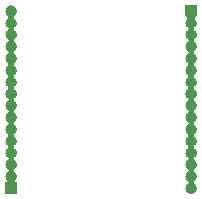
<source format=gbr>
G04 #@! TF.GenerationSoftware,KiCad,Pcbnew,(5.1.2)-2*
G04 #@! TF.CreationDate,2019-08-16T13:36:03-06:00*
G04 #@! TF.ProjectId,OLED_Dev,4f4c4544-5f44-4657-962e-6b696361645f,rev?*
G04 #@! TF.SameCoordinates,Original*
G04 #@! TF.FileFunction,Soldermask,Bot*
G04 #@! TF.FilePolarity,Negative*
%FSLAX46Y46*%
G04 Gerber Fmt 4.6, Leading zero omitted, Abs format (unit mm)*
G04 Created by KiCad (PCBNEW (5.1.2)-2) date 2019-08-16 13:36:03*
%MOMM*%
%LPD*%
G04 APERTURE LIST*
%ADD10C,0.100000*%
G04 APERTURE END LIST*
D10*
G36*
X167733312Y-106210887D02*
G01*
X167823039Y-106238106D01*
X167905731Y-106282306D01*
X167978211Y-106341789D01*
X168037694Y-106414269D01*
X168081894Y-106496961D01*
X168109113Y-106586688D01*
X168118303Y-106680000D01*
X168109113Y-106773312D01*
X168081894Y-106863039D01*
X168037694Y-106945731D01*
X167978211Y-107018211D01*
X167905731Y-107077694D01*
X167905726Y-107077697D01*
X167898808Y-107083374D01*
X167881481Y-107100701D01*
X167867867Y-107121075D01*
X167858490Y-107143714D01*
X167853709Y-107167747D01*
X167853709Y-107192251D01*
X167858489Y-107216285D01*
X167867866Y-107238924D01*
X167881480Y-107259298D01*
X167898808Y-107276626D01*
X167905726Y-107282303D01*
X167905731Y-107282306D01*
X167978211Y-107341789D01*
X168037694Y-107414269D01*
X168081894Y-107496961D01*
X168109113Y-107586688D01*
X168118303Y-107680000D01*
X168109113Y-107773312D01*
X168081894Y-107863039D01*
X168037694Y-107945731D01*
X167978211Y-108018211D01*
X167905731Y-108077694D01*
X167905726Y-108077697D01*
X167898808Y-108083374D01*
X167881481Y-108100701D01*
X167867867Y-108121075D01*
X167858490Y-108143714D01*
X167853709Y-108167747D01*
X167853709Y-108192251D01*
X167858489Y-108216285D01*
X167867866Y-108238924D01*
X167881480Y-108259298D01*
X167898808Y-108276626D01*
X167905726Y-108282303D01*
X167905731Y-108282306D01*
X167978211Y-108341789D01*
X168037694Y-108414269D01*
X168081894Y-108496961D01*
X168109113Y-108586688D01*
X168118303Y-108680000D01*
X168109113Y-108773312D01*
X168081894Y-108863039D01*
X168037694Y-108945731D01*
X167978211Y-109018211D01*
X167905731Y-109077694D01*
X167905726Y-109077697D01*
X167898808Y-109083374D01*
X167881481Y-109100701D01*
X167867867Y-109121075D01*
X167858490Y-109143714D01*
X167853709Y-109167747D01*
X167853709Y-109192251D01*
X167858489Y-109216285D01*
X167867866Y-109238924D01*
X167881480Y-109259298D01*
X167898808Y-109276626D01*
X167905726Y-109282303D01*
X167905731Y-109282306D01*
X167978211Y-109341789D01*
X168037694Y-109414269D01*
X168081894Y-109496961D01*
X168109113Y-109586688D01*
X168118303Y-109680000D01*
X168109113Y-109773312D01*
X168081894Y-109863039D01*
X168037694Y-109945731D01*
X167978211Y-110018211D01*
X167905731Y-110077694D01*
X167905726Y-110077697D01*
X167898808Y-110083374D01*
X167881481Y-110100701D01*
X167867867Y-110121075D01*
X167858490Y-110143714D01*
X167853709Y-110167747D01*
X167853709Y-110192251D01*
X167858489Y-110216285D01*
X167867866Y-110238924D01*
X167881480Y-110259298D01*
X167898808Y-110276626D01*
X167905726Y-110282303D01*
X167905731Y-110282306D01*
X167978211Y-110341789D01*
X168037694Y-110414269D01*
X168081894Y-110496961D01*
X168109113Y-110586688D01*
X168118303Y-110680000D01*
X168109113Y-110773312D01*
X168081894Y-110863039D01*
X168037694Y-110945731D01*
X167978211Y-111018211D01*
X167905731Y-111077694D01*
X167905726Y-111077697D01*
X167898808Y-111083374D01*
X167881481Y-111100701D01*
X167867867Y-111121075D01*
X167858490Y-111143714D01*
X167853709Y-111167747D01*
X167853709Y-111192251D01*
X167858489Y-111216285D01*
X167867866Y-111238924D01*
X167881480Y-111259298D01*
X167898808Y-111276626D01*
X167905726Y-111282303D01*
X167905731Y-111282306D01*
X167978211Y-111341789D01*
X168037694Y-111414269D01*
X168081894Y-111496961D01*
X168109113Y-111586688D01*
X168118303Y-111680000D01*
X168109113Y-111773312D01*
X168081894Y-111863039D01*
X168037694Y-111945731D01*
X167978211Y-112018211D01*
X167905731Y-112077694D01*
X167905726Y-112077697D01*
X167898808Y-112083374D01*
X167881481Y-112100701D01*
X167867867Y-112121075D01*
X167858490Y-112143714D01*
X167853709Y-112167747D01*
X167853709Y-112192251D01*
X167858489Y-112216285D01*
X167867866Y-112238924D01*
X167881480Y-112259298D01*
X167898808Y-112276626D01*
X167905726Y-112282303D01*
X167905731Y-112282306D01*
X167978211Y-112341789D01*
X168037694Y-112414269D01*
X168081894Y-112496961D01*
X168109113Y-112586688D01*
X168118303Y-112680000D01*
X168109113Y-112773312D01*
X168081894Y-112863039D01*
X168037694Y-112945731D01*
X167978211Y-113018211D01*
X167905731Y-113077694D01*
X167905726Y-113077697D01*
X167898808Y-113083374D01*
X167881481Y-113100701D01*
X167867867Y-113121075D01*
X167858490Y-113143714D01*
X167853709Y-113167747D01*
X167853709Y-113192251D01*
X167858489Y-113216285D01*
X167867866Y-113238924D01*
X167881480Y-113259298D01*
X167898808Y-113276626D01*
X167905726Y-113282303D01*
X167905731Y-113282306D01*
X167978211Y-113341789D01*
X168037694Y-113414269D01*
X168081894Y-113496961D01*
X168109113Y-113586688D01*
X168118303Y-113680000D01*
X168109113Y-113773312D01*
X168081894Y-113863039D01*
X168037694Y-113945731D01*
X167978211Y-114018211D01*
X167905731Y-114077694D01*
X167905726Y-114077697D01*
X167898808Y-114083374D01*
X167881481Y-114100701D01*
X167867867Y-114121075D01*
X167858490Y-114143714D01*
X167853709Y-114167747D01*
X167853709Y-114192251D01*
X167858489Y-114216285D01*
X167867866Y-114238924D01*
X167881480Y-114259298D01*
X167898808Y-114276626D01*
X167905726Y-114282303D01*
X167905731Y-114282306D01*
X167978211Y-114341789D01*
X168037694Y-114414269D01*
X168081894Y-114496961D01*
X168109113Y-114586688D01*
X168118303Y-114680000D01*
X168109113Y-114773312D01*
X168081894Y-114863039D01*
X168037694Y-114945731D01*
X167978211Y-115018211D01*
X167905731Y-115077694D01*
X167905726Y-115077697D01*
X167898808Y-115083374D01*
X167881481Y-115100701D01*
X167867867Y-115121075D01*
X167858490Y-115143714D01*
X167853709Y-115167747D01*
X167853709Y-115192251D01*
X167858489Y-115216285D01*
X167867866Y-115238924D01*
X167881480Y-115259298D01*
X167898808Y-115276626D01*
X167905726Y-115282303D01*
X167905731Y-115282306D01*
X167978211Y-115341789D01*
X168037694Y-115414269D01*
X168081894Y-115496961D01*
X168109113Y-115586688D01*
X168118303Y-115680000D01*
X168109113Y-115773312D01*
X168081894Y-115863039D01*
X168037694Y-115945731D01*
X167978211Y-116018211D01*
X167905731Y-116077694D01*
X167905726Y-116077697D01*
X167898808Y-116083374D01*
X167881481Y-116100701D01*
X167867867Y-116121075D01*
X167858490Y-116143714D01*
X167853709Y-116167747D01*
X167853709Y-116192251D01*
X167858489Y-116216285D01*
X167867866Y-116238924D01*
X167881480Y-116259298D01*
X167898808Y-116276626D01*
X167905726Y-116282303D01*
X167905731Y-116282306D01*
X167978211Y-116341789D01*
X168037694Y-116414269D01*
X168081894Y-116496961D01*
X168109113Y-116586688D01*
X168118303Y-116680000D01*
X168109113Y-116773312D01*
X168081894Y-116863039D01*
X168037694Y-116945731D01*
X167978211Y-117018211D01*
X167905731Y-117077694D01*
X167905726Y-117077697D01*
X167898808Y-117083374D01*
X167881481Y-117100701D01*
X167867867Y-117121075D01*
X167858490Y-117143714D01*
X167853709Y-117167747D01*
X167853709Y-117192251D01*
X167858489Y-117216285D01*
X167867866Y-117238924D01*
X167881480Y-117259298D01*
X167898808Y-117276626D01*
X167905726Y-117282303D01*
X167905731Y-117282306D01*
X167978211Y-117341789D01*
X168037694Y-117414269D01*
X168081894Y-117496961D01*
X168109113Y-117586688D01*
X168118303Y-117680000D01*
X168109113Y-117773312D01*
X168081894Y-117863039D01*
X168037694Y-117945731D01*
X167978211Y-118018211D01*
X167905731Y-118077694D01*
X167905726Y-118077697D01*
X167898808Y-118083374D01*
X167881481Y-118100701D01*
X167867867Y-118121075D01*
X167858490Y-118143714D01*
X167853709Y-118167747D01*
X167853709Y-118192251D01*
X167858489Y-118216285D01*
X167867866Y-118238924D01*
X167881480Y-118259298D01*
X167898808Y-118276626D01*
X167905726Y-118282303D01*
X167905731Y-118282306D01*
X167978211Y-118341789D01*
X168037694Y-118414269D01*
X168081894Y-118496961D01*
X168109113Y-118586688D01*
X168118303Y-118680000D01*
X168109113Y-118773312D01*
X168081894Y-118863039D01*
X168037694Y-118945731D01*
X167978211Y-119018211D01*
X167905731Y-119077694D01*
X167905726Y-119077697D01*
X167898808Y-119083374D01*
X167881481Y-119100701D01*
X167867867Y-119121075D01*
X167858490Y-119143714D01*
X167853709Y-119167747D01*
X167853709Y-119192251D01*
X167858489Y-119216285D01*
X167867866Y-119238924D01*
X167881480Y-119259298D01*
X167898808Y-119276626D01*
X167905726Y-119282303D01*
X167905731Y-119282306D01*
X167978211Y-119341789D01*
X168037694Y-119414269D01*
X168081894Y-119496961D01*
X168109113Y-119586688D01*
X168118303Y-119680000D01*
X168109113Y-119773312D01*
X168081894Y-119863039D01*
X168037694Y-119945731D01*
X167978211Y-120018211D01*
X167905731Y-120077694D01*
X167905726Y-120077697D01*
X167898808Y-120083374D01*
X167881481Y-120100701D01*
X167867867Y-120121075D01*
X167858490Y-120143714D01*
X167853709Y-120167747D01*
X167853709Y-120192251D01*
X167858489Y-120216285D01*
X167867866Y-120238924D01*
X167881480Y-120259298D01*
X167898808Y-120276626D01*
X167905726Y-120282303D01*
X167905731Y-120282306D01*
X167978211Y-120341789D01*
X168037694Y-120414269D01*
X168081894Y-120496961D01*
X168109113Y-120586688D01*
X168118303Y-120680000D01*
X168109113Y-120773312D01*
X168081894Y-120863039D01*
X168037694Y-120945731D01*
X167993394Y-120999711D01*
X167979786Y-121020077D01*
X167970408Y-121042716D01*
X167965628Y-121066749D01*
X167965628Y-121091253D01*
X167970408Y-121115286D01*
X167979786Y-121137925D01*
X167993400Y-121158300D01*
X168010727Y-121175627D01*
X168031101Y-121189240D01*
X168053740Y-121198618D01*
X168090025Y-121204000D01*
X168116000Y-121204000D01*
X168116000Y-122156000D01*
X167164000Y-122156000D01*
X167164000Y-121204000D01*
X167189975Y-121204000D01*
X167214361Y-121201598D01*
X167237810Y-121194485D01*
X167259421Y-121182934D01*
X167278363Y-121167389D01*
X167293908Y-121148447D01*
X167305459Y-121126836D01*
X167312572Y-121103387D01*
X167314974Y-121079001D01*
X167312572Y-121054615D01*
X167305459Y-121031166D01*
X167286604Y-120999708D01*
X167242306Y-120945731D01*
X167198106Y-120863039D01*
X167170887Y-120773312D01*
X167161697Y-120680000D01*
X167170887Y-120586688D01*
X167198106Y-120496961D01*
X167242306Y-120414269D01*
X167301789Y-120341789D01*
X167374269Y-120282306D01*
X167374274Y-120282303D01*
X167381192Y-120276626D01*
X167398519Y-120259299D01*
X167412133Y-120238925D01*
X167421510Y-120216286D01*
X167426291Y-120192253D01*
X167426291Y-120167749D01*
X167421511Y-120143715D01*
X167412134Y-120121076D01*
X167398520Y-120100702D01*
X167381192Y-120083374D01*
X167374274Y-120077697D01*
X167374269Y-120077694D01*
X167301789Y-120018211D01*
X167242306Y-119945731D01*
X167198106Y-119863039D01*
X167170887Y-119773312D01*
X167161697Y-119680000D01*
X167170887Y-119586688D01*
X167198106Y-119496961D01*
X167242306Y-119414269D01*
X167301789Y-119341789D01*
X167374269Y-119282306D01*
X167374274Y-119282303D01*
X167381192Y-119276626D01*
X167398519Y-119259299D01*
X167412133Y-119238925D01*
X167421510Y-119216286D01*
X167426291Y-119192253D01*
X167426291Y-119167749D01*
X167421511Y-119143715D01*
X167412134Y-119121076D01*
X167398520Y-119100702D01*
X167381192Y-119083374D01*
X167374274Y-119077697D01*
X167374269Y-119077694D01*
X167301789Y-119018211D01*
X167242306Y-118945731D01*
X167198106Y-118863039D01*
X167170887Y-118773312D01*
X167161697Y-118680000D01*
X167170887Y-118586688D01*
X167198106Y-118496961D01*
X167242306Y-118414269D01*
X167301789Y-118341789D01*
X167374269Y-118282306D01*
X167374274Y-118282303D01*
X167381192Y-118276626D01*
X167398519Y-118259299D01*
X167412133Y-118238925D01*
X167421510Y-118216286D01*
X167426291Y-118192253D01*
X167426291Y-118167749D01*
X167421511Y-118143715D01*
X167412134Y-118121076D01*
X167398520Y-118100702D01*
X167381192Y-118083374D01*
X167374274Y-118077697D01*
X167374269Y-118077694D01*
X167301789Y-118018211D01*
X167242306Y-117945731D01*
X167198106Y-117863039D01*
X167170887Y-117773312D01*
X167161697Y-117680000D01*
X167170887Y-117586688D01*
X167198106Y-117496961D01*
X167242306Y-117414269D01*
X167301789Y-117341789D01*
X167374269Y-117282306D01*
X167374274Y-117282303D01*
X167381192Y-117276626D01*
X167398519Y-117259299D01*
X167412133Y-117238925D01*
X167421510Y-117216286D01*
X167426291Y-117192253D01*
X167426291Y-117167749D01*
X167421511Y-117143715D01*
X167412134Y-117121076D01*
X167398520Y-117100702D01*
X167381192Y-117083374D01*
X167374274Y-117077697D01*
X167374269Y-117077694D01*
X167301789Y-117018211D01*
X167242306Y-116945731D01*
X167198106Y-116863039D01*
X167170887Y-116773312D01*
X167161697Y-116680000D01*
X167170887Y-116586688D01*
X167198106Y-116496961D01*
X167242306Y-116414269D01*
X167301789Y-116341789D01*
X167374269Y-116282306D01*
X167374274Y-116282303D01*
X167381192Y-116276626D01*
X167398519Y-116259299D01*
X167412133Y-116238925D01*
X167421510Y-116216286D01*
X167426291Y-116192253D01*
X167426291Y-116167749D01*
X167421511Y-116143715D01*
X167412134Y-116121076D01*
X167398520Y-116100702D01*
X167381192Y-116083374D01*
X167374274Y-116077697D01*
X167374269Y-116077694D01*
X167301789Y-116018211D01*
X167242306Y-115945731D01*
X167198106Y-115863039D01*
X167170887Y-115773312D01*
X167161697Y-115680000D01*
X167170887Y-115586688D01*
X167198106Y-115496961D01*
X167242306Y-115414269D01*
X167301789Y-115341789D01*
X167374269Y-115282306D01*
X167374274Y-115282303D01*
X167381192Y-115276626D01*
X167398519Y-115259299D01*
X167412133Y-115238925D01*
X167421510Y-115216286D01*
X167426291Y-115192253D01*
X167426291Y-115167749D01*
X167421511Y-115143715D01*
X167412134Y-115121076D01*
X167398520Y-115100702D01*
X167381192Y-115083374D01*
X167374274Y-115077697D01*
X167374269Y-115077694D01*
X167301789Y-115018211D01*
X167242306Y-114945731D01*
X167198106Y-114863039D01*
X167170887Y-114773312D01*
X167161697Y-114680000D01*
X167170887Y-114586688D01*
X167198106Y-114496961D01*
X167242306Y-114414269D01*
X167301789Y-114341789D01*
X167374269Y-114282306D01*
X167374274Y-114282303D01*
X167381192Y-114276626D01*
X167398519Y-114259299D01*
X167412133Y-114238925D01*
X167421510Y-114216286D01*
X167426291Y-114192253D01*
X167426291Y-114167749D01*
X167421511Y-114143715D01*
X167412134Y-114121076D01*
X167398520Y-114100702D01*
X167381192Y-114083374D01*
X167374274Y-114077697D01*
X167374269Y-114077694D01*
X167301789Y-114018211D01*
X167242306Y-113945731D01*
X167198106Y-113863039D01*
X167170887Y-113773312D01*
X167161697Y-113680000D01*
X167170887Y-113586688D01*
X167198106Y-113496961D01*
X167242306Y-113414269D01*
X167301789Y-113341789D01*
X167374269Y-113282306D01*
X167374274Y-113282303D01*
X167381192Y-113276626D01*
X167398519Y-113259299D01*
X167412133Y-113238925D01*
X167421510Y-113216286D01*
X167426291Y-113192253D01*
X167426291Y-113167749D01*
X167421511Y-113143715D01*
X167412134Y-113121076D01*
X167398520Y-113100702D01*
X167381192Y-113083374D01*
X167374274Y-113077697D01*
X167374269Y-113077694D01*
X167301789Y-113018211D01*
X167242306Y-112945731D01*
X167198106Y-112863039D01*
X167170887Y-112773312D01*
X167161697Y-112680000D01*
X167170887Y-112586688D01*
X167198106Y-112496961D01*
X167242306Y-112414269D01*
X167301789Y-112341789D01*
X167374269Y-112282306D01*
X167374274Y-112282303D01*
X167381192Y-112276626D01*
X167398519Y-112259299D01*
X167412133Y-112238925D01*
X167421510Y-112216286D01*
X167426291Y-112192253D01*
X167426291Y-112167749D01*
X167421511Y-112143715D01*
X167412134Y-112121076D01*
X167398520Y-112100702D01*
X167381192Y-112083374D01*
X167374274Y-112077697D01*
X167374269Y-112077694D01*
X167301789Y-112018211D01*
X167242306Y-111945731D01*
X167198106Y-111863039D01*
X167170887Y-111773312D01*
X167161697Y-111680000D01*
X167170887Y-111586688D01*
X167198106Y-111496961D01*
X167242306Y-111414269D01*
X167301789Y-111341789D01*
X167374269Y-111282306D01*
X167374274Y-111282303D01*
X167381192Y-111276626D01*
X167398519Y-111259299D01*
X167412133Y-111238925D01*
X167421510Y-111216286D01*
X167426291Y-111192253D01*
X167426291Y-111167749D01*
X167421511Y-111143715D01*
X167412134Y-111121076D01*
X167398520Y-111100702D01*
X167381192Y-111083374D01*
X167374274Y-111077697D01*
X167374269Y-111077694D01*
X167301789Y-111018211D01*
X167242306Y-110945731D01*
X167198106Y-110863039D01*
X167170887Y-110773312D01*
X167161697Y-110680000D01*
X167170887Y-110586688D01*
X167198106Y-110496961D01*
X167242306Y-110414269D01*
X167301789Y-110341789D01*
X167374269Y-110282306D01*
X167374274Y-110282303D01*
X167381192Y-110276626D01*
X167398519Y-110259299D01*
X167412133Y-110238925D01*
X167421510Y-110216286D01*
X167426291Y-110192253D01*
X167426291Y-110167749D01*
X167421511Y-110143715D01*
X167412134Y-110121076D01*
X167398520Y-110100702D01*
X167381192Y-110083374D01*
X167374274Y-110077697D01*
X167374269Y-110077694D01*
X167301789Y-110018211D01*
X167242306Y-109945731D01*
X167198106Y-109863039D01*
X167170887Y-109773312D01*
X167161697Y-109680000D01*
X167170887Y-109586688D01*
X167198106Y-109496961D01*
X167242306Y-109414269D01*
X167301789Y-109341789D01*
X167374269Y-109282306D01*
X167374274Y-109282303D01*
X167381192Y-109276626D01*
X167398519Y-109259299D01*
X167412133Y-109238925D01*
X167421510Y-109216286D01*
X167426291Y-109192253D01*
X167426291Y-109167749D01*
X167421511Y-109143715D01*
X167412134Y-109121076D01*
X167398520Y-109100702D01*
X167381192Y-109083374D01*
X167374274Y-109077697D01*
X167374269Y-109077694D01*
X167301789Y-109018211D01*
X167242306Y-108945731D01*
X167198106Y-108863039D01*
X167170887Y-108773312D01*
X167161697Y-108680000D01*
X167170887Y-108586688D01*
X167198106Y-108496961D01*
X167242306Y-108414269D01*
X167301789Y-108341789D01*
X167374269Y-108282306D01*
X167374274Y-108282303D01*
X167381192Y-108276626D01*
X167398519Y-108259299D01*
X167412133Y-108238925D01*
X167421510Y-108216286D01*
X167426291Y-108192253D01*
X167426291Y-108167749D01*
X167421511Y-108143715D01*
X167412134Y-108121076D01*
X167398520Y-108100702D01*
X167381192Y-108083374D01*
X167374274Y-108077697D01*
X167374269Y-108077694D01*
X167301789Y-108018211D01*
X167242306Y-107945731D01*
X167198106Y-107863039D01*
X167170887Y-107773312D01*
X167161697Y-107680000D01*
X167170887Y-107586688D01*
X167198106Y-107496961D01*
X167242306Y-107414269D01*
X167301789Y-107341789D01*
X167374269Y-107282306D01*
X167374274Y-107282303D01*
X167381192Y-107276626D01*
X167398519Y-107259299D01*
X167412133Y-107238925D01*
X167421510Y-107216286D01*
X167426291Y-107192253D01*
X167426291Y-107167749D01*
X167421511Y-107143715D01*
X167412134Y-107121076D01*
X167398520Y-107100702D01*
X167381192Y-107083374D01*
X167374274Y-107077697D01*
X167374269Y-107077694D01*
X167301789Y-107018211D01*
X167242306Y-106945731D01*
X167198106Y-106863039D01*
X167170887Y-106773312D01*
X167161697Y-106680000D01*
X167170887Y-106586688D01*
X167198106Y-106496961D01*
X167242306Y-106414269D01*
X167301789Y-106341789D01*
X167374269Y-106282306D01*
X167456961Y-106238106D01*
X167546688Y-106210887D01*
X167616616Y-106204000D01*
X167663384Y-106204000D01*
X167733312Y-106210887D01*
X167733312Y-106210887D01*
G37*
G36*
X183356000Y-107156000D02*
G01*
X183330025Y-107156000D01*
X183305639Y-107158402D01*
X183282190Y-107165515D01*
X183260579Y-107177066D01*
X183241637Y-107192611D01*
X183226092Y-107211553D01*
X183214541Y-107233164D01*
X183207428Y-107256613D01*
X183205026Y-107280999D01*
X183207428Y-107305385D01*
X183214541Y-107328834D01*
X183233396Y-107360292D01*
X183277694Y-107414269D01*
X183321894Y-107496961D01*
X183349113Y-107586688D01*
X183358303Y-107680000D01*
X183349113Y-107773312D01*
X183321894Y-107863039D01*
X183277694Y-107945731D01*
X183218211Y-108018211D01*
X183145731Y-108077694D01*
X183145726Y-108077697D01*
X183138808Y-108083374D01*
X183121481Y-108100701D01*
X183107867Y-108121075D01*
X183098490Y-108143714D01*
X183093709Y-108167747D01*
X183093709Y-108192251D01*
X183098489Y-108216285D01*
X183107866Y-108238924D01*
X183121480Y-108259298D01*
X183138808Y-108276626D01*
X183145726Y-108282303D01*
X183145731Y-108282306D01*
X183218211Y-108341789D01*
X183277694Y-108414269D01*
X183321894Y-108496961D01*
X183349113Y-108586688D01*
X183358303Y-108680000D01*
X183349113Y-108773312D01*
X183321894Y-108863039D01*
X183277694Y-108945731D01*
X183218211Y-109018211D01*
X183145731Y-109077694D01*
X183145726Y-109077697D01*
X183138808Y-109083374D01*
X183121481Y-109100701D01*
X183107867Y-109121075D01*
X183098490Y-109143714D01*
X183093709Y-109167747D01*
X183093709Y-109192251D01*
X183098489Y-109216285D01*
X183107866Y-109238924D01*
X183121480Y-109259298D01*
X183138808Y-109276626D01*
X183145726Y-109282303D01*
X183145731Y-109282306D01*
X183218211Y-109341789D01*
X183277694Y-109414269D01*
X183321894Y-109496961D01*
X183349113Y-109586688D01*
X183358303Y-109680000D01*
X183349113Y-109773312D01*
X183321894Y-109863039D01*
X183277694Y-109945731D01*
X183218211Y-110018211D01*
X183145731Y-110077694D01*
X183145726Y-110077697D01*
X183138808Y-110083374D01*
X183121481Y-110100701D01*
X183107867Y-110121075D01*
X183098490Y-110143714D01*
X183093709Y-110167747D01*
X183093709Y-110192251D01*
X183098489Y-110216285D01*
X183107866Y-110238924D01*
X183121480Y-110259298D01*
X183138808Y-110276626D01*
X183145726Y-110282303D01*
X183145731Y-110282306D01*
X183218211Y-110341789D01*
X183277694Y-110414269D01*
X183321894Y-110496961D01*
X183349113Y-110586688D01*
X183358303Y-110680000D01*
X183349113Y-110773312D01*
X183321894Y-110863039D01*
X183277694Y-110945731D01*
X183218211Y-111018211D01*
X183145731Y-111077694D01*
X183145726Y-111077697D01*
X183138808Y-111083374D01*
X183121481Y-111100701D01*
X183107867Y-111121075D01*
X183098490Y-111143714D01*
X183093709Y-111167747D01*
X183093709Y-111192251D01*
X183098489Y-111216285D01*
X183107866Y-111238924D01*
X183121480Y-111259298D01*
X183138808Y-111276626D01*
X183145726Y-111282303D01*
X183145731Y-111282306D01*
X183218211Y-111341789D01*
X183277694Y-111414269D01*
X183321894Y-111496961D01*
X183349113Y-111586688D01*
X183358303Y-111680000D01*
X183349113Y-111773312D01*
X183321894Y-111863039D01*
X183277694Y-111945731D01*
X183218211Y-112018211D01*
X183145731Y-112077694D01*
X183145726Y-112077697D01*
X183138808Y-112083374D01*
X183121481Y-112100701D01*
X183107867Y-112121075D01*
X183098490Y-112143714D01*
X183093709Y-112167747D01*
X183093709Y-112192251D01*
X183098489Y-112216285D01*
X183107866Y-112238924D01*
X183121480Y-112259298D01*
X183138808Y-112276626D01*
X183145726Y-112282303D01*
X183145731Y-112282306D01*
X183218211Y-112341789D01*
X183277694Y-112414269D01*
X183321894Y-112496961D01*
X183349113Y-112586688D01*
X183358303Y-112680000D01*
X183349113Y-112773312D01*
X183321894Y-112863039D01*
X183277694Y-112945731D01*
X183218211Y-113018211D01*
X183145731Y-113077694D01*
X183145726Y-113077697D01*
X183138808Y-113083374D01*
X183121481Y-113100701D01*
X183107867Y-113121075D01*
X183098490Y-113143714D01*
X183093709Y-113167747D01*
X183093709Y-113192251D01*
X183098489Y-113216285D01*
X183107866Y-113238924D01*
X183121480Y-113259298D01*
X183138808Y-113276626D01*
X183145726Y-113282303D01*
X183145731Y-113282306D01*
X183218211Y-113341789D01*
X183277694Y-113414269D01*
X183321894Y-113496961D01*
X183349113Y-113586688D01*
X183358303Y-113680000D01*
X183349113Y-113773312D01*
X183321894Y-113863039D01*
X183277694Y-113945731D01*
X183218211Y-114018211D01*
X183145731Y-114077694D01*
X183145726Y-114077697D01*
X183138808Y-114083374D01*
X183121481Y-114100701D01*
X183107867Y-114121075D01*
X183098490Y-114143714D01*
X183093709Y-114167747D01*
X183093709Y-114192251D01*
X183098489Y-114216285D01*
X183107866Y-114238924D01*
X183121480Y-114259298D01*
X183138808Y-114276626D01*
X183145726Y-114282303D01*
X183145731Y-114282306D01*
X183218211Y-114341789D01*
X183277694Y-114414269D01*
X183321894Y-114496961D01*
X183349113Y-114586688D01*
X183358303Y-114680000D01*
X183349113Y-114773312D01*
X183321894Y-114863039D01*
X183277694Y-114945731D01*
X183218211Y-115018211D01*
X183145731Y-115077694D01*
X183145726Y-115077697D01*
X183138808Y-115083374D01*
X183121481Y-115100701D01*
X183107867Y-115121075D01*
X183098490Y-115143714D01*
X183093709Y-115167747D01*
X183093709Y-115192251D01*
X183098489Y-115216285D01*
X183107866Y-115238924D01*
X183121480Y-115259298D01*
X183138808Y-115276626D01*
X183145726Y-115282303D01*
X183145731Y-115282306D01*
X183218211Y-115341789D01*
X183277694Y-115414269D01*
X183321894Y-115496961D01*
X183349113Y-115586688D01*
X183358303Y-115680000D01*
X183349113Y-115773312D01*
X183321894Y-115863039D01*
X183277694Y-115945731D01*
X183218211Y-116018211D01*
X183145731Y-116077694D01*
X183145726Y-116077697D01*
X183138808Y-116083374D01*
X183121481Y-116100701D01*
X183107867Y-116121075D01*
X183098490Y-116143714D01*
X183093709Y-116167747D01*
X183093709Y-116192251D01*
X183098489Y-116216285D01*
X183107866Y-116238924D01*
X183121480Y-116259298D01*
X183138808Y-116276626D01*
X183145726Y-116282303D01*
X183145731Y-116282306D01*
X183218211Y-116341789D01*
X183277694Y-116414269D01*
X183321894Y-116496961D01*
X183349113Y-116586688D01*
X183358303Y-116680000D01*
X183349113Y-116773312D01*
X183321894Y-116863039D01*
X183277694Y-116945731D01*
X183218211Y-117018211D01*
X183145731Y-117077694D01*
X183145726Y-117077697D01*
X183138808Y-117083374D01*
X183121481Y-117100701D01*
X183107867Y-117121075D01*
X183098490Y-117143714D01*
X183093709Y-117167747D01*
X183093709Y-117192251D01*
X183098489Y-117216285D01*
X183107866Y-117238924D01*
X183121480Y-117259298D01*
X183138808Y-117276626D01*
X183145726Y-117282303D01*
X183145731Y-117282306D01*
X183218211Y-117341789D01*
X183277694Y-117414269D01*
X183321894Y-117496961D01*
X183349113Y-117586688D01*
X183358303Y-117680000D01*
X183349113Y-117773312D01*
X183321894Y-117863039D01*
X183277694Y-117945731D01*
X183218211Y-118018211D01*
X183145731Y-118077694D01*
X183145726Y-118077697D01*
X183138808Y-118083374D01*
X183121481Y-118100701D01*
X183107867Y-118121075D01*
X183098490Y-118143714D01*
X183093709Y-118167747D01*
X183093709Y-118192251D01*
X183098489Y-118216285D01*
X183107866Y-118238924D01*
X183121480Y-118259298D01*
X183138808Y-118276626D01*
X183145726Y-118282303D01*
X183145731Y-118282306D01*
X183218211Y-118341789D01*
X183277694Y-118414269D01*
X183321894Y-118496961D01*
X183349113Y-118586688D01*
X183358303Y-118680000D01*
X183349113Y-118773312D01*
X183321894Y-118863039D01*
X183277694Y-118945731D01*
X183218211Y-119018211D01*
X183145731Y-119077694D01*
X183145726Y-119077697D01*
X183138808Y-119083374D01*
X183121481Y-119100701D01*
X183107867Y-119121075D01*
X183098490Y-119143714D01*
X183093709Y-119167747D01*
X183093709Y-119192251D01*
X183098489Y-119216285D01*
X183107866Y-119238924D01*
X183121480Y-119259298D01*
X183138808Y-119276626D01*
X183145726Y-119282303D01*
X183145731Y-119282306D01*
X183218211Y-119341789D01*
X183277694Y-119414269D01*
X183321894Y-119496961D01*
X183349113Y-119586688D01*
X183358303Y-119680000D01*
X183349113Y-119773312D01*
X183321894Y-119863039D01*
X183277694Y-119945731D01*
X183218211Y-120018211D01*
X183145731Y-120077694D01*
X183145726Y-120077697D01*
X183138808Y-120083374D01*
X183121481Y-120100701D01*
X183107867Y-120121075D01*
X183098490Y-120143714D01*
X183093709Y-120167747D01*
X183093709Y-120192251D01*
X183098489Y-120216285D01*
X183107866Y-120238924D01*
X183121480Y-120259298D01*
X183138808Y-120276626D01*
X183145726Y-120282303D01*
X183145731Y-120282306D01*
X183218211Y-120341789D01*
X183277694Y-120414269D01*
X183321894Y-120496961D01*
X183349113Y-120586688D01*
X183358303Y-120680000D01*
X183349113Y-120773312D01*
X183321894Y-120863039D01*
X183277694Y-120945731D01*
X183218211Y-121018211D01*
X183145731Y-121077694D01*
X183145726Y-121077697D01*
X183138808Y-121083374D01*
X183121481Y-121100701D01*
X183107867Y-121121075D01*
X183098490Y-121143714D01*
X183093709Y-121167747D01*
X183093709Y-121192251D01*
X183098489Y-121216285D01*
X183107866Y-121238924D01*
X183121480Y-121259298D01*
X183138808Y-121276626D01*
X183145726Y-121282303D01*
X183145731Y-121282306D01*
X183218211Y-121341789D01*
X183277694Y-121414269D01*
X183321894Y-121496961D01*
X183349113Y-121586688D01*
X183358303Y-121680000D01*
X183349113Y-121773312D01*
X183321894Y-121863039D01*
X183277694Y-121945731D01*
X183218211Y-122018211D01*
X183145731Y-122077694D01*
X183063039Y-122121894D01*
X182973312Y-122149113D01*
X182903384Y-122156000D01*
X182856616Y-122156000D01*
X182786688Y-122149113D01*
X182696961Y-122121894D01*
X182614269Y-122077694D01*
X182541789Y-122018211D01*
X182482306Y-121945731D01*
X182438106Y-121863039D01*
X182410887Y-121773312D01*
X182401697Y-121680000D01*
X182410887Y-121586688D01*
X182438106Y-121496961D01*
X182482306Y-121414269D01*
X182541789Y-121341789D01*
X182614269Y-121282306D01*
X182614274Y-121282303D01*
X182621192Y-121276626D01*
X182638519Y-121259299D01*
X182652133Y-121238925D01*
X182661510Y-121216286D01*
X182666291Y-121192253D01*
X182666291Y-121167749D01*
X182661511Y-121143715D01*
X182652134Y-121121076D01*
X182638520Y-121100702D01*
X182621192Y-121083374D01*
X182614274Y-121077697D01*
X182614269Y-121077694D01*
X182541789Y-121018211D01*
X182482306Y-120945731D01*
X182438106Y-120863039D01*
X182410887Y-120773312D01*
X182401697Y-120680000D01*
X182410887Y-120586688D01*
X182438106Y-120496961D01*
X182482306Y-120414269D01*
X182541789Y-120341789D01*
X182614269Y-120282306D01*
X182614274Y-120282303D01*
X182621192Y-120276626D01*
X182638519Y-120259299D01*
X182652133Y-120238925D01*
X182661510Y-120216286D01*
X182666291Y-120192253D01*
X182666291Y-120167749D01*
X182661511Y-120143715D01*
X182652134Y-120121076D01*
X182638520Y-120100702D01*
X182621192Y-120083374D01*
X182614274Y-120077697D01*
X182614269Y-120077694D01*
X182541789Y-120018211D01*
X182482306Y-119945731D01*
X182438106Y-119863039D01*
X182410887Y-119773312D01*
X182401697Y-119680000D01*
X182410887Y-119586688D01*
X182438106Y-119496961D01*
X182482306Y-119414269D01*
X182541789Y-119341789D01*
X182614269Y-119282306D01*
X182614274Y-119282303D01*
X182621192Y-119276626D01*
X182638519Y-119259299D01*
X182652133Y-119238925D01*
X182661510Y-119216286D01*
X182666291Y-119192253D01*
X182666291Y-119167749D01*
X182661511Y-119143715D01*
X182652134Y-119121076D01*
X182638520Y-119100702D01*
X182621192Y-119083374D01*
X182614274Y-119077697D01*
X182614269Y-119077694D01*
X182541789Y-119018211D01*
X182482306Y-118945731D01*
X182438106Y-118863039D01*
X182410887Y-118773312D01*
X182401697Y-118680000D01*
X182410887Y-118586688D01*
X182438106Y-118496961D01*
X182482306Y-118414269D01*
X182541789Y-118341789D01*
X182614269Y-118282306D01*
X182614274Y-118282303D01*
X182621192Y-118276626D01*
X182638519Y-118259299D01*
X182652133Y-118238925D01*
X182661510Y-118216286D01*
X182666291Y-118192253D01*
X182666291Y-118167749D01*
X182661511Y-118143715D01*
X182652134Y-118121076D01*
X182638520Y-118100702D01*
X182621192Y-118083374D01*
X182614274Y-118077697D01*
X182614269Y-118077694D01*
X182541789Y-118018211D01*
X182482306Y-117945731D01*
X182438106Y-117863039D01*
X182410887Y-117773312D01*
X182401697Y-117680000D01*
X182410887Y-117586688D01*
X182438106Y-117496961D01*
X182482306Y-117414269D01*
X182541789Y-117341789D01*
X182614269Y-117282306D01*
X182614274Y-117282303D01*
X182621192Y-117276626D01*
X182638519Y-117259299D01*
X182652133Y-117238925D01*
X182661510Y-117216286D01*
X182666291Y-117192253D01*
X182666291Y-117167749D01*
X182661511Y-117143715D01*
X182652134Y-117121076D01*
X182638520Y-117100702D01*
X182621192Y-117083374D01*
X182614274Y-117077697D01*
X182614269Y-117077694D01*
X182541789Y-117018211D01*
X182482306Y-116945731D01*
X182438106Y-116863039D01*
X182410887Y-116773312D01*
X182401697Y-116680000D01*
X182410887Y-116586688D01*
X182438106Y-116496961D01*
X182482306Y-116414269D01*
X182541789Y-116341789D01*
X182614269Y-116282306D01*
X182614274Y-116282303D01*
X182621192Y-116276626D01*
X182638519Y-116259299D01*
X182652133Y-116238925D01*
X182661510Y-116216286D01*
X182666291Y-116192253D01*
X182666291Y-116167749D01*
X182661511Y-116143715D01*
X182652134Y-116121076D01*
X182638520Y-116100702D01*
X182621192Y-116083374D01*
X182614274Y-116077697D01*
X182614269Y-116077694D01*
X182541789Y-116018211D01*
X182482306Y-115945731D01*
X182438106Y-115863039D01*
X182410887Y-115773312D01*
X182401697Y-115680000D01*
X182410887Y-115586688D01*
X182438106Y-115496961D01*
X182482306Y-115414269D01*
X182541789Y-115341789D01*
X182614269Y-115282306D01*
X182614274Y-115282303D01*
X182621192Y-115276626D01*
X182638519Y-115259299D01*
X182652133Y-115238925D01*
X182661510Y-115216286D01*
X182666291Y-115192253D01*
X182666291Y-115167749D01*
X182661511Y-115143715D01*
X182652134Y-115121076D01*
X182638520Y-115100702D01*
X182621192Y-115083374D01*
X182614274Y-115077697D01*
X182614269Y-115077694D01*
X182541789Y-115018211D01*
X182482306Y-114945731D01*
X182438106Y-114863039D01*
X182410887Y-114773312D01*
X182401697Y-114680000D01*
X182410887Y-114586688D01*
X182438106Y-114496961D01*
X182482306Y-114414269D01*
X182541789Y-114341789D01*
X182614269Y-114282306D01*
X182614274Y-114282303D01*
X182621192Y-114276626D01*
X182638519Y-114259299D01*
X182652133Y-114238925D01*
X182661510Y-114216286D01*
X182666291Y-114192253D01*
X182666291Y-114167749D01*
X182661511Y-114143715D01*
X182652134Y-114121076D01*
X182638520Y-114100702D01*
X182621192Y-114083374D01*
X182614274Y-114077697D01*
X182614269Y-114077694D01*
X182541789Y-114018211D01*
X182482306Y-113945731D01*
X182438106Y-113863039D01*
X182410887Y-113773312D01*
X182401697Y-113680000D01*
X182410887Y-113586688D01*
X182438106Y-113496961D01*
X182482306Y-113414269D01*
X182541789Y-113341789D01*
X182614269Y-113282306D01*
X182614274Y-113282303D01*
X182621192Y-113276626D01*
X182638519Y-113259299D01*
X182652133Y-113238925D01*
X182661510Y-113216286D01*
X182666291Y-113192253D01*
X182666291Y-113167749D01*
X182661511Y-113143715D01*
X182652134Y-113121076D01*
X182638520Y-113100702D01*
X182621192Y-113083374D01*
X182614274Y-113077697D01*
X182614269Y-113077694D01*
X182541789Y-113018211D01*
X182482306Y-112945731D01*
X182438106Y-112863039D01*
X182410887Y-112773312D01*
X182401697Y-112680000D01*
X182410887Y-112586688D01*
X182438106Y-112496961D01*
X182482306Y-112414269D01*
X182541789Y-112341789D01*
X182614269Y-112282306D01*
X182614274Y-112282303D01*
X182621192Y-112276626D01*
X182638519Y-112259299D01*
X182652133Y-112238925D01*
X182661510Y-112216286D01*
X182666291Y-112192253D01*
X182666291Y-112167749D01*
X182661511Y-112143715D01*
X182652134Y-112121076D01*
X182638520Y-112100702D01*
X182621192Y-112083374D01*
X182614274Y-112077697D01*
X182614269Y-112077694D01*
X182541789Y-112018211D01*
X182482306Y-111945731D01*
X182438106Y-111863039D01*
X182410887Y-111773312D01*
X182401697Y-111680000D01*
X182410887Y-111586688D01*
X182438106Y-111496961D01*
X182482306Y-111414269D01*
X182541789Y-111341789D01*
X182614269Y-111282306D01*
X182614274Y-111282303D01*
X182621192Y-111276626D01*
X182638519Y-111259299D01*
X182652133Y-111238925D01*
X182661510Y-111216286D01*
X182666291Y-111192253D01*
X182666291Y-111167749D01*
X182661511Y-111143715D01*
X182652134Y-111121076D01*
X182638520Y-111100702D01*
X182621192Y-111083374D01*
X182614274Y-111077697D01*
X182614269Y-111077694D01*
X182541789Y-111018211D01*
X182482306Y-110945731D01*
X182438106Y-110863039D01*
X182410887Y-110773312D01*
X182401697Y-110680000D01*
X182410887Y-110586688D01*
X182438106Y-110496961D01*
X182482306Y-110414269D01*
X182541789Y-110341789D01*
X182614269Y-110282306D01*
X182614274Y-110282303D01*
X182621192Y-110276626D01*
X182638519Y-110259299D01*
X182652133Y-110238925D01*
X182661510Y-110216286D01*
X182666291Y-110192253D01*
X182666291Y-110167749D01*
X182661511Y-110143715D01*
X182652134Y-110121076D01*
X182638520Y-110100702D01*
X182621192Y-110083374D01*
X182614274Y-110077697D01*
X182614269Y-110077694D01*
X182541789Y-110018211D01*
X182482306Y-109945731D01*
X182438106Y-109863039D01*
X182410887Y-109773312D01*
X182401697Y-109680000D01*
X182410887Y-109586688D01*
X182438106Y-109496961D01*
X182482306Y-109414269D01*
X182541789Y-109341789D01*
X182614269Y-109282306D01*
X182614274Y-109282303D01*
X182621192Y-109276626D01*
X182638519Y-109259299D01*
X182652133Y-109238925D01*
X182661510Y-109216286D01*
X182666291Y-109192253D01*
X182666291Y-109167749D01*
X182661511Y-109143715D01*
X182652134Y-109121076D01*
X182638520Y-109100702D01*
X182621192Y-109083374D01*
X182614274Y-109077697D01*
X182614269Y-109077694D01*
X182541789Y-109018211D01*
X182482306Y-108945731D01*
X182438106Y-108863039D01*
X182410887Y-108773312D01*
X182401697Y-108680000D01*
X182410887Y-108586688D01*
X182438106Y-108496961D01*
X182482306Y-108414269D01*
X182541789Y-108341789D01*
X182614269Y-108282306D01*
X182614274Y-108282303D01*
X182621192Y-108276626D01*
X182638519Y-108259299D01*
X182652133Y-108238925D01*
X182661510Y-108216286D01*
X182666291Y-108192253D01*
X182666291Y-108167749D01*
X182661511Y-108143715D01*
X182652134Y-108121076D01*
X182638520Y-108100702D01*
X182621192Y-108083374D01*
X182614274Y-108077697D01*
X182614269Y-108077694D01*
X182541789Y-108018211D01*
X182482306Y-107945731D01*
X182438106Y-107863039D01*
X182410887Y-107773312D01*
X182401697Y-107680000D01*
X182410887Y-107586688D01*
X182438106Y-107496961D01*
X182482306Y-107414269D01*
X182526606Y-107360289D01*
X182540214Y-107339923D01*
X182549592Y-107317284D01*
X182554372Y-107293251D01*
X182554372Y-107268747D01*
X182549592Y-107244714D01*
X182540214Y-107222075D01*
X182526600Y-107201700D01*
X182509273Y-107184373D01*
X182488899Y-107170760D01*
X182466260Y-107161382D01*
X182429975Y-107156000D01*
X182404000Y-107156000D01*
X182404000Y-106204000D01*
X183356000Y-106204000D01*
X183356000Y-107156000D01*
X183356000Y-107156000D01*
G37*
M02*

</source>
